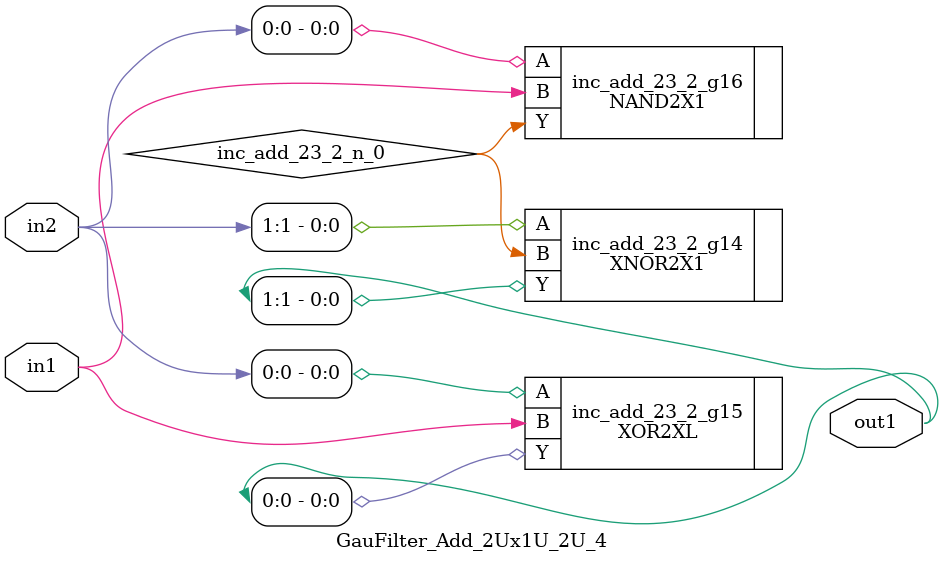
<source format=v>
`timescale 1ps / 1ps


module GauFilter_Add_2Ux1U_2U_4(in2, in1, out1);
  input [1:0] in2;
  input in1;
  output [1:0] out1;
  wire [1:0] in2;
  wire in1;
  wire [1:0] out1;
  wire inc_add_23_2_n_0;
  XNOR2X1 inc_add_23_2_g14(.A (in2[1]), .B (inc_add_23_2_n_0), .Y
       (out1[1]));
  XOR2XL inc_add_23_2_g15(.A (in2[0]), .B (in1), .Y (out1[0]));
  NAND2X1 inc_add_23_2_g16(.A (in2[0]), .B (in1), .Y
       (inc_add_23_2_n_0));
endmodule


</source>
